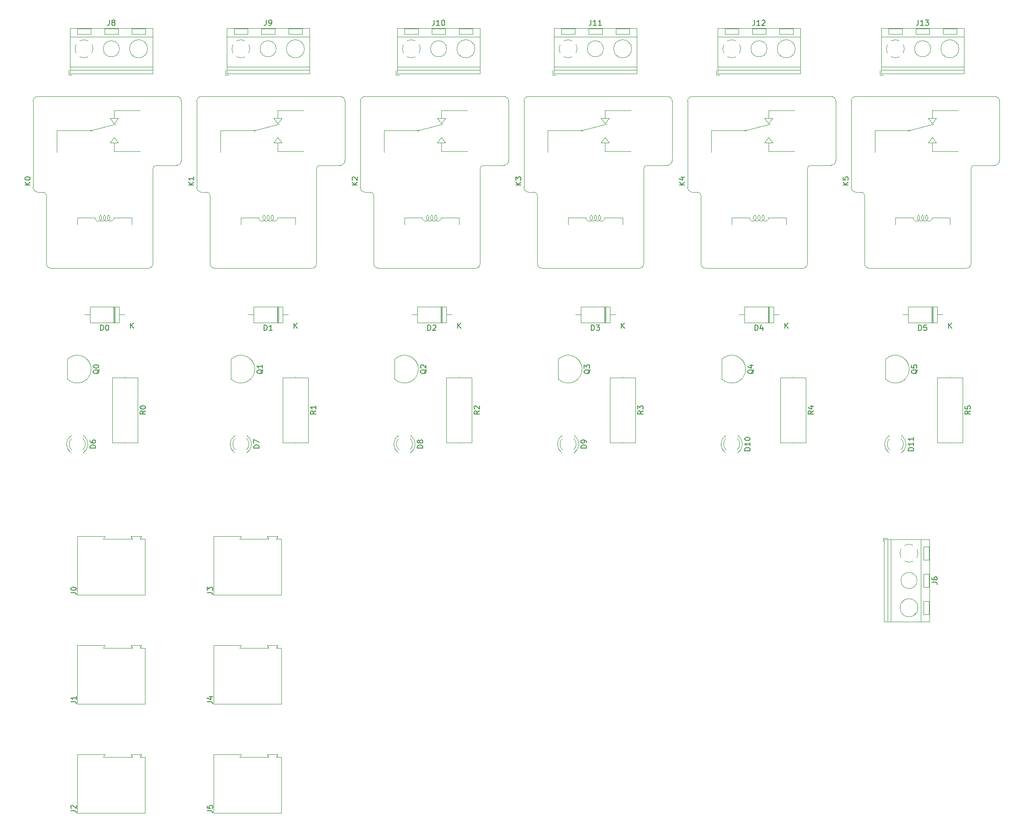
<source format=gbr>
G04 #@! TF.GenerationSoftware,KiCad,Pcbnew,5.1.5+dfsg1-2build2*
G04 #@! TF.CreationDate,2022-02-25T13:27:02+02:00*
G04 #@! TF.ProjectId,relayctl-hat,72656c61-7963-4746-9c2d-6861742e6b69,rev?*
G04 #@! TF.SameCoordinates,Original*
G04 #@! TF.FileFunction,Legend,Top*
G04 #@! TF.FilePolarity,Positive*
%FSLAX46Y46*%
G04 Gerber Fmt 4.6, Leading zero omitted, Abs format (unit mm)*
G04 Created by KiCad (PCBNEW 5.1.5+dfsg1-2build2) date 2022-02-25 13:27:02*
%MOMM*%
%LPD*%
G04 APERTURE LIST*
%ADD10C,0.120000*%
%ADD11C,0.150000*%
G04 APERTURE END LIST*
D10*
X101600000Y-112860000D02*
X101600000Y-112750000D01*
X101600000Y-100500000D02*
X101600000Y-100610000D01*
X103970000Y-112750000D02*
X103970000Y-100610000D01*
X99230000Y-112750000D02*
X103970000Y-112750000D01*
X99230000Y-100610000D02*
X99230000Y-112750000D01*
X103970000Y-100610000D02*
X99230000Y-100610000D01*
X180040000Y-44220000D02*
X180640000Y-44220000D01*
X180040000Y-43380000D02*
X180040000Y-44220000D01*
X194290000Y-35619000D02*
X194290000Y-36619000D01*
X191790000Y-35619000D02*
X191790000Y-36619000D01*
X191790000Y-36619000D02*
X194290000Y-36619000D01*
X191790000Y-35619000D02*
X194290000Y-35619000D01*
X191860000Y-40346000D02*
X191766000Y-40439000D01*
X194110000Y-38095000D02*
X194051000Y-38154000D01*
X192030000Y-40586000D02*
X191971000Y-40644000D01*
X194315000Y-38301000D02*
X194221000Y-38394000D01*
X189210000Y-35619000D02*
X189210000Y-36619000D01*
X186710000Y-35619000D02*
X186710000Y-36619000D01*
X186710000Y-36619000D02*
X189210000Y-36619000D01*
X186710000Y-35619000D02*
X189210000Y-35619000D01*
X184130000Y-35619000D02*
X184130000Y-36619000D01*
X181630000Y-35619000D02*
X181630000Y-36619000D01*
X181630000Y-36619000D02*
X184130000Y-36619000D01*
X181630000Y-35619000D02*
X184130000Y-35619000D01*
X195640000Y-35559000D02*
X195640000Y-43980000D01*
X180280000Y-35559000D02*
X180280000Y-43980000D01*
X180280000Y-43980000D02*
X195640000Y-43980000D01*
X180280000Y-35559000D02*
X195640000Y-35559000D01*
X180280000Y-37119000D02*
X195640000Y-37119000D01*
X180280000Y-42720000D02*
X195640000Y-42720000D01*
X180280000Y-43320000D02*
X195640000Y-43320000D01*
X194720000Y-39370000D02*
G75*
G03X194720000Y-39370000I-1680000J0D01*
G01*
X189460000Y-39370000D02*
G75*
G03X189460000Y-39370000I-1500000J0D01*
G01*
X182909383Y-41050450D02*
G75*
G02X182091000Y-40854000I-29383J1680450D01*
G01*
X181396047Y-40159088D02*
G75*
G02X181396000Y-38581000I1483953J789088D01*
G01*
X182090912Y-37886047D02*
G75*
G02X183669000Y-37886000I789088J-1483953D01*
G01*
X184363953Y-38580912D02*
G75*
G02X184364000Y-40159000I-1483953J-789088D01*
G01*
X183668712Y-40853352D02*
G75*
G02X182880000Y-41050000I-788712J1483352D01*
G01*
X149560000Y-44220000D02*
X150160000Y-44220000D01*
X149560000Y-43380000D02*
X149560000Y-44220000D01*
X163810000Y-35619000D02*
X163810000Y-36619000D01*
X161310000Y-35619000D02*
X161310000Y-36619000D01*
X161310000Y-36619000D02*
X163810000Y-36619000D01*
X161310000Y-35619000D02*
X163810000Y-35619000D01*
X161380000Y-40346000D02*
X161286000Y-40439000D01*
X163630000Y-38095000D02*
X163571000Y-38154000D01*
X161550000Y-40586000D02*
X161491000Y-40644000D01*
X163835000Y-38301000D02*
X163741000Y-38394000D01*
X158730000Y-35619000D02*
X158730000Y-36619000D01*
X156230000Y-35619000D02*
X156230000Y-36619000D01*
X156230000Y-36619000D02*
X158730000Y-36619000D01*
X156230000Y-35619000D02*
X158730000Y-35619000D01*
X153650000Y-35619000D02*
X153650000Y-36619000D01*
X151150000Y-35619000D02*
X151150000Y-36619000D01*
X151150000Y-36619000D02*
X153650000Y-36619000D01*
X151150000Y-35619000D02*
X153650000Y-35619000D01*
X165160000Y-35559000D02*
X165160000Y-43980000D01*
X149800000Y-35559000D02*
X149800000Y-43980000D01*
X149800000Y-43980000D02*
X165160000Y-43980000D01*
X149800000Y-35559000D02*
X165160000Y-35559000D01*
X149800000Y-37119000D02*
X165160000Y-37119000D01*
X149800000Y-42720000D02*
X165160000Y-42720000D01*
X149800000Y-43320000D02*
X165160000Y-43320000D01*
X164240000Y-39370000D02*
G75*
G03X164240000Y-39370000I-1680000J0D01*
G01*
X158980000Y-39370000D02*
G75*
G03X158980000Y-39370000I-1500000J0D01*
G01*
X152429383Y-41050450D02*
G75*
G02X151611000Y-40854000I-29383J1680450D01*
G01*
X150916047Y-40159088D02*
G75*
G02X150916000Y-38581000I1483953J789088D01*
G01*
X151610912Y-37886047D02*
G75*
G02X153189000Y-37886000I789088J-1483953D01*
G01*
X153883953Y-38580912D02*
G75*
G02X153884000Y-40159000I-1483953J-789088D01*
G01*
X153188712Y-40853352D02*
G75*
G02X152400000Y-41050000I-788712J1483352D01*
G01*
X119080000Y-44220000D02*
X119680000Y-44220000D01*
X119080000Y-43380000D02*
X119080000Y-44220000D01*
X133330000Y-35619000D02*
X133330000Y-36619000D01*
X130830000Y-35619000D02*
X130830000Y-36619000D01*
X130830000Y-36619000D02*
X133330000Y-36619000D01*
X130830000Y-35619000D02*
X133330000Y-35619000D01*
X130900000Y-40346000D02*
X130806000Y-40439000D01*
X133150000Y-38095000D02*
X133091000Y-38154000D01*
X131070000Y-40586000D02*
X131011000Y-40644000D01*
X133355000Y-38301000D02*
X133261000Y-38394000D01*
X128250000Y-35619000D02*
X128250000Y-36619000D01*
X125750000Y-35619000D02*
X125750000Y-36619000D01*
X125750000Y-36619000D02*
X128250000Y-36619000D01*
X125750000Y-35619000D02*
X128250000Y-35619000D01*
X123170000Y-35619000D02*
X123170000Y-36619000D01*
X120670000Y-35619000D02*
X120670000Y-36619000D01*
X120670000Y-36619000D02*
X123170000Y-36619000D01*
X120670000Y-35619000D02*
X123170000Y-35619000D01*
X134680000Y-35559000D02*
X134680000Y-43980000D01*
X119320000Y-35559000D02*
X119320000Y-43980000D01*
X119320000Y-43980000D02*
X134680000Y-43980000D01*
X119320000Y-35559000D02*
X134680000Y-35559000D01*
X119320000Y-37119000D02*
X134680000Y-37119000D01*
X119320000Y-42720000D02*
X134680000Y-42720000D01*
X119320000Y-43320000D02*
X134680000Y-43320000D01*
X133760000Y-39370000D02*
G75*
G03X133760000Y-39370000I-1680000J0D01*
G01*
X128500000Y-39370000D02*
G75*
G03X128500000Y-39370000I-1500000J0D01*
G01*
X121949383Y-41050450D02*
G75*
G02X121131000Y-40854000I-29383J1680450D01*
G01*
X120436047Y-40159088D02*
G75*
G02X120436000Y-38581000I1483953J789088D01*
G01*
X121130912Y-37886047D02*
G75*
G02X122709000Y-37886000I789088J-1483953D01*
G01*
X123403953Y-38580912D02*
G75*
G02X123404000Y-40159000I-1483953J-789088D01*
G01*
X122708712Y-40853352D02*
G75*
G02X121920000Y-41050000I-788712J1483352D01*
G01*
X89870000Y-44220000D02*
X90470000Y-44220000D01*
X89870000Y-43380000D02*
X89870000Y-44220000D01*
X104120000Y-35619000D02*
X104120000Y-36619000D01*
X101620000Y-35619000D02*
X101620000Y-36619000D01*
X101620000Y-36619000D02*
X104120000Y-36619000D01*
X101620000Y-35619000D02*
X104120000Y-35619000D01*
X101690000Y-40346000D02*
X101596000Y-40439000D01*
X103940000Y-38095000D02*
X103881000Y-38154000D01*
X101860000Y-40586000D02*
X101801000Y-40644000D01*
X104145000Y-38301000D02*
X104051000Y-38394000D01*
X99040000Y-35619000D02*
X99040000Y-36619000D01*
X96540000Y-35619000D02*
X96540000Y-36619000D01*
X96540000Y-36619000D02*
X99040000Y-36619000D01*
X96540000Y-35619000D02*
X99040000Y-35619000D01*
X93960000Y-35619000D02*
X93960000Y-36619000D01*
X91460000Y-35619000D02*
X91460000Y-36619000D01*
X91460000Y-36619000D02*
X93960000Y-36619000D01*
X91460000Y-35619000D02*
X93960000Y-35619000D01*
X105470000Y-35559000D02*
X105470000Y-43980000D01*
X90110000Y-35559000D02*
X90110000Y-43980000D01*
X90110000Y-43980000D02*
X105470000Y-43980000D01*
X90110000Y-35559000D02*
X105470000Y-35559000D01*
X90110000Y-37119000D02*
X105470000Y-37119000D01*
X90110000Y-42720000D02*
X105470000Y-42720000D01*
X90110000Y-43320000D02*
X105470000Y-43320000D01*
X104550000Y-39370000D02*
G75*
G03X104550000Y-39370000I-1680000J0D01*
G01*
X99290000Y-39370000D02*
G75*
G03X99290000Y-39370000I-1500000J0D01*
G01*
X92739383Y-41050450D02*
G75*
G02X91921000Y-40854000I-29383J1680450D01*
G01*
X91226047Y-40159088D02*
G75*
G02X91226000Y-38581000I1483953J789088D01*
G01*
X91920912Y-37886047D02*
G75*
G02X93499000Y-37886000I789088J-1483953D01*
G01*
X94193953Y-38580912D02*
G75*
G02X94194000Y-40159000I-1483953J-789088D01*
G01*
X93498712Y-40853352D02*
G75*
G02X92710000Y-41050000I-788712J1483352D01*
G01*
X58120000Y-44220000D02*
X58720000Y-44220000D01*
X58120000Y-43380000D02*
X58120000Y-44220000D01*
X72370000Y-35619000D02*
X72370000Y-36619000D01*
X69870000Y-35619000D02*
X69870000Y-36619000D01*
X69870000Y-36619000D02*
X72370000Y-36619000D01*
X69870000Y-35619000D02*
X72370000Y-35619000D01*
X69940000Y-40346000D02*
X69846000Y-40439000D01*
X72190000Y-38095000D02*
X72131000Y-38154000D01*
X70110000Y-40586000D02*
X70051000Y-40644000D01*
X72395000Y-38301000D02*
X72301000Y-38394000D01*
X67290000Y-35619000D02*
X67290000Y-36619000D01*
X64790000Y-35619000D02*
X64790000Y-36619000D01*
X64790000Y-36619000D02*
X67290000Y-36619000D01*
X64790000Y-35619000D02*
X67290000Y-35619000D01*
X62210000Y-35619000D02*
X62210000Y-36619000D01*
X59710000Y-35619000D02*
X59710000Y-36619000D01*
X59710000Y-36619000D02*
X62210000Y-36619000D01*
X59710000Y-35619000D02*
X62210000Y-35619000D01*
X73720000Y-35559000D02*
X73720000Y-43980000D01*
X58360000Y-35559000D02*
X58360000Y-43980000D01*
X58360000Y-43980000D02*
X73720000Y-43980000D01*
X58360000Y-35559000D02*
X73720000Y-35559000D01*
X58360000Y-37119000D02*
X73720000Y-37119000D01*
X58360000Y-42720000D02*
X73720000Y-42720000D01*
X58360000Y-43320000D02*
X73720000Y-43320000D01*
X72800000Y-39370000D02*
G75*
G03X72800000Y-39370000I-1680000J0D01*
G01*
X67540000Y-39370000D02*
G75*
G03X67540000Y-39370000I-1500000J0D01*
G01*
X60989383Y-41050450D02*
G75*
G02X60171000Y-40854000I-29383J1680450D01*
G01*
X59476047Y-40159088D02*
G75*
G02X59476000Y-38581000I1483953J789088D01*
G01*
X60170912Y-37886047D02*
G75*
G02X61749000Y-37886000I789088J-1483953D01*
G01*
X62443953Y-38580912D02*
G75*
G02X62444000Y-40159000I-1483953J-789088D01*
G01*
X61748712Y-40853352D02*
G75*
G02X60960000Y-41050000I-788712J1483352D01*
G01*
X28910000Y-44220000D02*
X29510000Y-44220000D01*
X28910000Y-43380000D02*
X28910000Y-44220000D01*
X43160000Y-35619000D02*
X43160000Y-36619000D01*
X40660000Y-35619000D02*
X40660000Y-36619000D01*
X40660000Y-36619000D02*
X43160000Y-36619000D01*
X40660000Y-35619000D02*
X43160000Y-35619000D01*
X40730000Y-40346000D02*
X40636000Y-40439000D01*
X42980000Y-38095000D02*
X42921000Y-38154000D01*
X40900000Y-40586000D02*
X40841000Y-40644000D01*
X43185000Y-38301000D02*
X43091000Y-38394000D01*
X38080000Y-35619000D02*
X38080000Y-36619000D01*
X35580000Y-35619000D02*
X35580000Y-36619000D01*
X35580000Y-36619000D02*
X38080000Y-36619000D01*
X35580000Y-35619000D02*
X38080000Y-35619000D01*
X33000000Y-35619000D02*
X33000000Y-36619000D01*
X30500000Y-35619000D02*
X30500000Y-36619000D01*
X30500000Y-36619000D02*
X33000000Y-36619000D01*
X30500000Y-35619000D02*
X33000000Y-35619000D01*
X44510000Y-35559000D02*
X44510000Y-43980000D01*
X29150000Y-35559000D02*
X29150000Y-43980000D01*
X29150000Y-43980000D02*
X44510000Y-43980000D01*
X29150000Y-35559000D02*
X44510000Y-35559000D01*
X29150000Y-37119000D02*
X44510000Y-37119000D01*
X29150000Y-42720000D02*
X44510000Y-42720000D01*
X29150000Y-43320000D02*
X44510000Y-43320000D01*
X43590000Y-39370000D02*
G75*
G03X43590000Y-39370000I-1680000J0D01*
G01*
X38330000Y-39370000D02*
G75*
G03X38330000Y-39370000I-1500000J0D01*
G01*
X31779383Y-41050450D02*
G75*
G02X30961000Y-40854000I-29383J1680450D01*
G01*
X30266047Y-40159088D02*
G75*
G02X30266000Y-38581000I1483953J789088D01*
G01*
X30960912Y-37886047D02*
G75*
G02X32539000Y-37886000I789088J-1483953D01*
G01*
X33233953Y-38580912D02*
G75*
G02X33234000Y-40159000I-1483953J-789088D01*
G01*
X32538712Y-40853352D02*
G75*
G02X31750000Y-41050000I-788712J1483352D01*
G01*
X193040000Y-112860000D02*
X193040000Y-112750000D01*
X193040000Y-100500000D02*
X193040000Y-100610000D01*
X195410000Y-112750000D02*
X195410000Y-100610000D01*
X190670000Y-112750000D02*
X195410000Y-112750000D01*
X190670000Y-100610000D02*
X190670000Y-112750000D01*
X195410000Y-100610000D02*
X190670000Y-100610000D01*
X163830000Y-112860000D02*
X163830000Y-112750000D01*
X163830000Y-100500000D02*
X163830000Y-100610000D01*
X166200000Y-112750000D02*
X166200000Y-100610000D01*
X161460000Y-112750000D02*
X166200000Y-112750000D01*
X161460000Y-100610000D02*
X161460000Y-112750000D01*
X166200000Y-100610000D02*
X161460000Y-100610000D01*
X132080000Y-112860000D02*
X132080000Y-112750000D01*
X132080000Y-100500000D02*
X132080000Y-100610000D01*
X134450000Y-112750000D02*
X134450000Y-100610000D01*
X129710000Y-112750000D02*
X134450000Y-112750000D01*
X129710000Y-100610000D02*
X129710000Y-112750000D01*
X134450000Y-100610000D02*
X129710000Y-100610000D01*
X71120000Y-112860000D02*
X71120000Y-112750000D01*
X71120000Y-100500000D02*
X71120000Y-100610000D01*
X73490000Y-112750000D02*
X73490000Y-100610000D01*
X68750000Y-112750000D02*
X73490000Y-112750000D01*
X68750000Y-100610000D02*
X68750000Y-112750000D01*
X73490000Y-100610000D02*
X68750000Y-100610000D01*
X39370000Y-112860000D02*
X39370000Y-112750000D01*
X39370000Y-100500000D02*
X39370000Y-100610000D01*
X41740000Y-112750000D02*
X41740000Y-100610000D01*
X37000000Y-112750000D02*
X41740000Y-112750000D01*
X37000000Y-100610000D02*
X37000000Y-112750000D01*
X41740000Y-100610000D02*
X37000000Y-100610000D01*
X181041522Y-100898478D02*
G75*
G03X185480000Y-99060000I1838478J1838478D01*
G01*
X181041522Y-97221522D02*
G75*
G02X185480000Y-99060000I1838478J-1838478D01*
G01*
X181030000Y-97260000D02*
X181030000Y-100860000D01*
X150561522Y-100898478D02*
G75*
G03X155000000Y-99060000I1838478J1838478D01*
G01*
X150561522Y-97221522D02*
G75*
G02X155000000Y-99060000I1838478J-1838478D01*
G01*
X150550000Y-97260000D02*
X150550000Y-100860000D01*
X120081522Y-100898478D02*
G75*
G03X124520000Y-99060000I1838478J1838478D01*
G01*
X120081522Y-97221522D02*
G75*
G02X124520000Y-99060000I1838478J-1838478D01*
G01*
X120070000Y-97260000D02*
X120070000Y-100860000D01*
X89601522Y-100898478D02*
G75*
G03X94040000Y-99060000I1838478J1838478D01*
G01*
X89601522Y-97221522D02*
G75*
G02X94040000Y-99060000I1838478J-1838478D01*
G01*
X89590000Y-97260000D02*
X89590000Y-100860000D01*
X59121522Y-100898478D02*
G75*
G03X63560000Y-99060000I1838478J1838478D01*
G01*
X59121522Y-97221522D02*
G75*
G02X63560000Y-99060000I1838478J-1838478D01*
G01*
X59110000Y-97260000D02*
X59110000Y-100860000D01*
X28641522Y-100898478D02*
G75*
G03X33080000Y-99060000I1838478J1838478D01*
G01*
X28641522Y-97221522D02*
G75*
G02X33080000Y-99060000I1838478J-1838478D01*
G01*
X28630000Y-97260000D02*
X28630000Y-100860000D01*
X175520000Y-66070000D02*
G75*
G02X174650000Y-65200000I0J870000D01*
G01*
X201400000Y-48250000D02*
G75*
G02X202270000Y-49120000I0J-870000D01*
G01*
X174650000Y-49120000D02*
G75*
G02X175520000Y-48250000I870000J0D01*
G01*
X202270000Y-60200000D02*
G75*
G02X201400000Y-61070000I-870000J0D01*
G01*
X196970000Y-61720000D02*
G75*
G02X197620000Y-61070000I650000J0D01*
G01*
X196970000Y-79400000D02*
G75*
G02X196100000Y-80270000I-870000J0D01*
G01*
X178020000Y-80270000D02*
G75*
G02X177150000Y-79400000I0J870000D01*
G01*
X196970000Y-79400000D02*
X196970000Y-61720000D01*
X197620000Y-61070000D02*
X201400000Y-61070000D01*
X175520000Y-66070000D02*
X176500000Y-66070000D01*
X174650000Y-65200000D02*
X174650000Y-49120000D01*
X178020000Y-80270000D02*
X196100000Y-80270000D01*
X177150000Y-79400000D02*
X177150000Y-66720000D01*
X175520000Y-48250000D02*
X201400000Y-48250000D01*
X202270000Y-60200000D02*
X202270000Y-49120000D01*
X176500000Y-66070000D02*
G75*
G02X177150000Y-66720000I0J-650000D01*
G01*
X188721730Y-70358198D02*
G75*
G03X189737997Y-70865998I381267J-507800D01*
G01*
X187198267Y-70358200D02*
G75*
G02X186182000Y-70866000I-381267J-507800D01*
G01*
X186182000Y-70866000D02*
X182854600Y-70866000D01*
X193065397Y-70865998D02*
X189737997Y-70865998D01*
X188721644Y-70357734D02*
G75*
G02X187959998Y-70357999I-380646J-508264D01*
G01*
X187959645Y-70357735D02*
G75*
G02X187197999Y-70358000I-380646J-508264D01*
G01*
X193065400Y-70866000D02*
X193065400Y-72136000D01*
X182854600Y-72136000D02*
X182854600Y-70866000D01*
X185547000Y-54610000D02*
G75*
G03X185547000Y-54610000I-127000J0D01*
G01*
X188976000Y-56896000D02*
X190500000Y-56896000D01*
X190500000Y-52324000D02*
X188976000Y-52324000D01*
X190500000Y-56896000D02*
X189738000Y-55880000D01*
X189738000Y-55880000D02*
X188976000Y-56896000D01*
X190500000Y-52324000D02*
X189738000Y-53340000D01*
X189738000Y-53340000D02*
X188976000Y-52324000D01*
X194564000Y-58460000D02*
X189738000Y-58460000D01*
X185420000Y-54610000D02*
X189992000Y-53390800D01*
X185420000Y-54610000D02*
X179060000Y-54610000D01*
X179060000Y-54610000D02*
X179060000Y-58674000D01*
X189738000Y-50860000D02*
X194564000Y-50860000D01*
X189738000Y-52324000D02*
X189738000Y-50860000D01*
X189738000Y-58460000D02*
X189738000Y-56896000D01*
X145040000Y-66070000D02*
G75*
G02X144170000Y-65200000I0J870000D01*
G01*
X170920000Y-48250000D02*
G75*
G02X171790000Y-49120000I0J-870000D01*
G01*
X144170000Y-49120000D02*
G75*
G02X145040000Y-48250000I870000J0D01*
G01*
X171790000Y-60200000D02*
G75*
G02X170920000Y-61070000I-870000J0D01*
G01*
X166490000Y-61720000D02*
G75*
G02X167140000Y-61070000I650000J0D01*
G01*
X166490000Y-79400000D02*
G75*
G02X165620000Y-80270000I-870000J0D01*
G01*
X147540000Y-80270000D02*
G75*
G02X146670000Y-79400000I0J870000D01*
G01*
X166490000Y-79400000D02*
X166490000Y-61720000D01*
X167140000Y-61070000D02*
X170920000Y-61070000D01*
X145040000Y-66070000D02*
X146020000Y-66070000D01*
X144170000Y-65200000D02*
X144170000Y-49120000D01*
X147540000Y-80270000D02*
X165620000Y-80270000D01*
X146670000Y-79400000D02*
X146670000Y-66720000D01*
X145040000Y-48250000D02*
X170920000Y-48250000D01*
X171790000Y-60200000D02*
X171790000Y-49120000D01*
X146020000Y-66070000D02*
G75*
G02X146670000Y-66720000I0J-650000D01*
G01*
X158241730Y-70358198D02*
G75*
G03X159257997Y-70865998I381267J-507800D01*
G01*
X156718267Y-70358200D02*
G75*
G02X155702000Y-70866000I-381267J-507800D01*
G01*
X155702000Y-70866000D02*
X152374600Y-70866000D01*
X162585397Y-70865998D02*
X159257997Y-70865998D01*
X158241644Y-70357734D02*
G75*
G02X157479998Y-70357999I-380646J-508264D01*
G01*
X157479645Y-70357735D02*
G75*
G02X156717999Y-70358000I-380646J-508264D01*
G01*
X162585400Y-70866000D02*
X162585400Y-72136000D01*
X152374600Y-72136000D02*
X152374600Y-70866000D01*
X155067000Y-54610000D02*
G75*
G03X155067000Y-54610000I-127000J0D01*
G01*
X158496000Y-56896000D02*
X160020000Y-56896000D01*
X160020000Y-52324000D02*
X158496000Y-52324000D01*
X160020000Y-56896000D02*
X159258000Y-55880000D01*
X159258000Y-55880000D02*
X158496000Y-56896000D01*
X160020000Y-52324000D02*
X159258000Y-53340000D01*
X159258000Y-53340000D02*
X158496000Y-52324000D01*
X164084000Y-58460000D02*
X159258000Y-58460000D01*
X154940000Y-54610000D02*
X159512000Y-53390800D01*
X154940000Y-54610000D02*
X148580000Y-54610000D01*
X148580000Y-54610000D02*
X148580000Y-58674000D01*
X159258000Y-50860000D02*
X164084000Y-50860000D01*
X159258000Y-52324000D02*
X159258000Y-50860000D01*
X159258000Y-58460000D02*
X159258000Y-56896000D01*
X114560000Y-66070000D02*
G75*
G02X113690000Y-65200000I0J870000D01*
G01*
X140440000Y-48250000D02*
G75*
G02X141310000Y-49120000I0J-870000D01*
G01*
X113690000Y-49120000D02*
G75*
G02X114560000Y-48250000I870000J0D01*
G01*
X141310000Y-60200000D02*
G75*
G02X140440000Y-61070000I-870000J0D01*
G01*
X136010000Y-61720000D02*
G75*
G02X136660000Y-61070000I650000J0D01*
G01*
X136010000Y-79400000D02*
G75*
G02X135140000Y-80270000I-870000J0D01*
G01*
X117060000Y-80270000D02*
G75*
G02X116190000Y-79400000I0J870000D01*
G01*
X136010000Y-79400000D02*
X136010000Y-61720000D01*
X136660000Y-61070000D02*
X140440000Y-61070000D01*
X114560000Y-66070000D02*
X115540000Y-66070000D01*
X113690000Y-65200000D02*
X113690000Y-49120000D01*
X117060000Y-80270000D02*
X135140000Y-80270000D01*
X116190000Y-79400000D02*
X116190000Y-66720000D01*
X114560000Y-48250000D02*
X140440000Y-48250000D01*
X141310000Y-60200000D02*
X141310000Y-49120000D01*
X115540000Y-66070000D02*
G75*
G02X116190000Y-66720000I0J-650000D01*
G01*
X127761730Y-70358198D02*
G75*
G03X128777997Y-70865998I381267J-507800D01*
G01*
X126238267Y-70358200D02*
G75*
G02X125222000Y-70866000I-381267J-507800D01*
G01*
X125222000Y-70866000D02*
X121894600Y-70866000D01*
X132105397Y-70865998D02*
X128777997Y-70865998D01*
X127761644Y-70357734D02*
G75*
G02X126999998Y-70357999I-380646J-508264D01*
G01*
X126999645Y-70357735D02*
G75*
G02X126237999Y-70358000I-380646J-508264D01*
G01*
X132105400Y-70866000D02*
X132105400Y-72136000D01*
X121894600Y-72136000D02*
X121894600Y-70866000D01*
X124587000Y-54610000D02*
G75*
G03X124587000Y-54610000I-127000J0D01*
G01*
X128016000Y-56896000D02*
X129540000Y-56896000D01*
X129540000Y-52324000D02*
X128016000Y-52324000D01*
X129540000Y-56896000D02*
X128778000Y-55880000D01*
X128778000Y-55880000D02*
X128016000Y-56896000D01*
X129540000Y-52324000D02*
X128778000Y-53340000D01*
X128778000Y-53340000D02*
X128016000Y-52324000D01*
X133604000Y-58460000D02*
X128778000Y-58460000D01*
X124460000Y-54610000D02*
X129032000Y-53390800D01*
X124460000Y-54610000D02*
X118100000Y-54610000D01*
X118100000Y-54610000D02*
X118100000Y-58674000D01*
X128778000Y-50860000D02*
X133604000Y-50860000D01*
X128778000Y-52324000D02*
X128778000Y-50860000D01*
X128778000Y-58460000D02*
X128778000Y-56896000D01*
X84080000Y-66070000D02*
G75*
G02X83210000Y-65200000I0J870000D01*
G01*
X109960000Y-48250000D02*
G75*
G02X110830000Y-49120000I0J-870000D01*
G01*
X83210000Y-49120000D02*
G75*
G02X84080000Y-48250000I870000J0D01*
G01*
X110830000Y-60200000D02*
G75*
G02X109960000Y-61070000I-870000J0D01*
G01*
X105530000Y-61720000D02*
G75*
G02X106180000Y-61070000I650000J0D01*
G01*
X105530000Y-79400000D02*
G75*
G02X104660000Y-80270000I-870000J0D01*
G01*
X86580000Y-80270000D02*
G75*
G02X85710000Y-79400000I0J870000D01*
G01*
X105530000Y-79400000D02*
X105530000Y-61720000D01*
X106180000Y-61070000D02*
X109960000Y-61070000D01*
X84080000Y-66070000D02*
X85060000Y-66070000D01*
X83210000Y-65200000D02*
X83210000Y-49120000D01*
X86580000Y-80270000D02*
X104660000Y-80270000D01*
X85710000Y-79400000D02*
X85710000Y-66720000D01*
X84080000Y-48250000D02*
X109960000Y-48250000D01*
X110830000Y-60200000D02*
X110830000Y-49120000D01*
X85060000Y-66070000D02*
G75*
G02X85710000Y-66720000I0J-650000D01*
G01*
X97281730Y-70358198D02*
G75*
G03X98297997Y-70865998I381267J-507800D01*
G01*
X95758267Y-70358200D02*
G75*
G02X94742000Y-70866000I-381267J-507800D01*
G01*
X94742000Y-70866000D02*
X91414600Y-70866000D01*
X101625397Y-70865998D02*
X98297997Y-70865998D01*
X97281644Y-70357734D02*
G75*
G02X96519998Y-70357999I-380646J-508264D01*
G01*
X96519645Y-70357735D02*
G75*
G02X95757999Y-70358000I-380646J-508264D01*
G01*
X101625400Y-70866000D02*
X101625400Y-72136000D01*
X91414600Y-72136000D02*
X91414600Y-70866000D01*
X94107000Y-54610000D02*
G75*
G03X94107000Y-54610000I-127000J0D01*
G01*
X97536000Y-56896000D02*
X99060000Y-56896000D01*
X99060000Y-52324000D02*
X97536000Y-52324000D01*
X99060000Y-56896000D02*
X98298000Y-55880000D01*
X98298000Y-55880000D02*
X97536000Y-56896000D01*
X99060000Y-52324000D02*
X98298000Y-53340000D01*
X98298000Y-53340000D02*
X97536000Y-52324000D01*
X103124000Y-58460000D02*
X98298000Y-58460000D01*
X93980000Y-54610000D02*
X98552000Y-53390800D01*
X93980000Y-54610000D02*
X87620000Y-54610000D01*
X87620000Y-54610000D02*
X87620000Y-58674000D01*
X98298000Y-50860000D02*
X103124000Y-50860000D01*
X98298000Y-52324000D02*
X98298000Y-50860000D01*
X98298000Y-58460000D02*
X98298000Y-56896000D01*
X53600000Y-66070000D02*
G75*
G02X52730000Y-65200000I0J870000D01*
G01*
X79480000Y-48250000D02*
G75*
G02X80350000Y-49120000I0J-870000D01*
G01*
X52730000Y-49120000D02*
G75*
G02X53600000Y-48250000I870000J0D01*
G01*
X80350000Y-60200000D02*
G75*
G02X79480000Y-61070000I-870000J0D01*
G01*
X75050000Y-61720000D02*
G75*
G02X75700000Y-61070000I650000J0D01*
G01*
X75050000Y-79400000D02*
G75*
G02X74180000Y-80270000I-870000J0D01*
G01*
X56100000Y-80270000D02*
G75*
G02X55230000Y-79400000I0J870000D01*
G01*
X75050000Y-79400000D02*
X75050000Y-61720000D01*
X75700000Y-61070000D02*
X79480000Y-61070000D01*
X53600000Y-66070000D02*
X54580000Y-66070000D01*
X52730000Y-65200000D02*
X52730000Y-49120000D01*
X56100000Y-80270000D02*
X74180000Y-80270000D01*
X55230000Y-79400000D02*
X55230000Y-66720000D01*
X53600000Y-48250000D02*
X79480000Y-48250000D01*
X80350000Y-60200000D02*
X80350000Y-49120000D01*
X54580000Y-66070000D02*
G75*
G02X55230000Y-66720000I0J-650000D01*
G01*
X66801730Y-70358198D02*
G75*
G03X67817997Y-70865998I381267J-507800D01*
G01*
X65278267Y-70358200D02*
G75*
G02X64262000Y-70866000I-381267J-507800D01*
G01*
X64262000Y-70866000D02*
X60934600Y-70866000D01*
X71145397Y-70865998D02*
X67817997Y-70865998D01*
X66801644Y-70357734D02*
G75*
G02X66039998Y-70357999I-380646J-508264D01*
G01*
X66039645Y-70357735D02*
G75*
G02X65277999Y-70358000I-380646J-508264D01*
G01*
X71145400Y-70866000D02*
X71145400Y-72136000D01*
X60934600Y-72136000D02*
X60934600Y-70866000D01*
X63627000Y-54610000D02*
G75*
G03X63627000Y-54610000I-127000J0D01*
G01*
X67056000Y-56896000D02*
X68580000Y-56896000D01*
X68580000Y-52324000D02*
X67056000Y-52324000D01*
X68580000Y-56896000D02*
X67818000Y-55880000D01*
X67818000Y-55880000D02*
X67056000Y-56896000D01*
X68580000Y-52324000D02*
X67818000Y-53340000D01*
X67818000Y-53340000D02*
X67056000Y-52324000D01*
X72644000Y-58460000D02*
X67818000Y-58460000D01*
X63500000Y-54610000D02*
X68072000Y-53390800D01*
X63500000Y-54610000D02*
X57140000Y-54610000D01*
X57140000Y-54610000D02*
X57140000Y-58674000D01*
X67818000Y-50860000D02*
X72644000Y-50860000D01*
X67818000Y-52324000D02*
X67818000Y-50860000D01*
X67818000Y-58460000D02*
X67818000Y-56896000D01*
X23120000Y-66070000D02*
G75*
G02X22250000Y-65200000I0J870000D01*
G01*
X49000000Y-48250000D02*
G75*
G02X49870000Y-49120000I0J-870000D01*
G01*
X22250000Y-49120000D02*
G75*
G02X23120000Y-48250000I870000J0D01*
G01*
X49870000Y-60200000D02*
G75*
G02X49000000Y-61070000I-870000J0D01*
G01*
X44570000Y-61720000D02*
G75*
G02X45220000Y-61070000I650000J0D01*
G01*
X44570000Y-79400000D02*
G75*
G02X43700000Y-80270000I-870000J0D01*
G01*
X25620000Y-80270000D02*
G75*
G02X24750000Y-79400000I0J870000D01*
G01*
X44570000Y-79400000D02*
X44570000Y-61720000D01*
X45220000Y-61070000D02*
X49000000Y-61070000D01*
X23120000Y-66070000D02*
X24100000Y-66070000D01*
X22250000Y-65200000D02*
X22250000Y-49120000D01*
X25620000Y-80270000D02*
X43700000Y-80270000D01*
X24750000Y-79400000D02*
X24750000Y-66720000D01*
X23120000Y-48250000D02*
X49000000Y-48250000D01*
X49870000Y-60200000D02*
X49870000Y-49120000D01*
X24100000Y-66070000D02*
G75*
G02X24750000Y-66720000I0J-650000D01*
G01*
X36321730Y-70358198D02*
G75*
G03X37337997Y-70865998I381267J-507800D01*
G01*
X34798267Y-70358200D02*
G75*
G02X33782000Y-70866000I-381267J-507800D01*
G01*
X33782000Y-70866000D02*
X30454600Y-70866000D01*
X40665397Y-70865998D02*
X37337997Y-70865998D01*
X36321644Y-70357734D02*
G75*
G02X35559998Y-70357999I-380646J-508264D01*
G01*
X35559645Y-70357735D02*
G75*
G02X34797999Y-70358000I-380646J-508264D01*
G01*
X40665400Y-70866000D02*
X40665400Y-72136000D01*
X30454600Y-72136000D02*
X30454600Y-70866000D01*
X33147000Y-54610000D02*
G75*
G03X33147000Y-54610000I-127000J0D01*
G01*
X36576000Y-56896000D02*
X38100000Y-56896000D01*
X38100000Y-52324000D02*
X36576000Y-52324000D01*
X38100000Y-56896000D02*
X37338000Y-55880000D01*
X37338000Y-55880000D02*
X36576000Y-56896000D01*
X38100000Y-52324000D02*
X37338000Y-53340000D01*
X37338000Y-53340000D02*
X36576000Y-52324000D01*
X42164000Y-58460000D02*
X37338000Y-58460000D01*
X33020000Y-54610000D02*
X37592000Y-53390800D01*
X33020000Y-54610000D02*
X26660000Y-54610000D01*
X26660000Y-54610000D02*
X26660000Y-58674000D01*
X37338000Y-50860000D02*
X42164000Y-50860000D01*
X37338000Y-52324000D02*
X37338000Y-50860000D01*
X37338000Y-58460000D02*
X37338000Y-56896000D01*
X180570000Y-130510000D02*
X180570000Y-131110000D01*
X181410000Y-130510000D02*
X180570000Y-130510000D01*
X189171000Y-144760000D02*
X188171000Y-144760000D01*
X189171000Y-142260000D02*
X188171000Y-142260000D01*
X188171000Y-142260000D02*
X188171000Y-144760000D01*
X189171000Y-142260000D02*
X189171000Y-144760000D01*
X184444000Y-142330000D02*
X184351000Y-142236000D01*
X186695000Y-144580000D02*
X186636000Y-144521000D01*
X184204000Y-142500000D02*
X184146000Y-142441000D01*
X186489000Y-144785000D02*
X186396000Y-144691000D01*
X189171000Y-139680000D02*
X188171000Y-139680000D01*
X189171000Y-137180000D02*
X188171000Y-137180000D01*
X188171000Y-137180000D02*
X188171000Y-139680000D01*
X189171000Y-137180000D02*
X189171000Y-139680000D01*
X189171000Y-134600000D02*
X188171000Y-134600000D01*
X189171000Y-132100000D02*
X188171000Y-132100000D01*
X188171000Y-132100000D02*
X188171000Y-134600000D01*
X189171000Y-132100000D02*
X189171000Y-134600000D01*
X189231000Y-146110000D02*
X180810000Y-146110000D01*
X189231000Y-130750000D02*
X180810000Y-130750000D01*
X180810000Y-130750000D02*
X180810000Y-146110000D01*
X189231000Y-130750000D02*
X189231000Y-146110000D01*
X187671000Y-130750000D02*
X187671000Y-146110000D01*
X182070000Y-130750000D02*
X182070000Y-146110000D01*
X181470000Y-130750000D02*
X181470000Y-146110000D01*
X187100000Y-143510000D02*
G75*
G03X187100000Y-143510000I-1680000J0D01*
G01*
X186920000Y-138430000D02*
G75*
G03X186920000Y-138430000I-1500000J0D01*
G01*
X183739550Y-133379383D02*
G75*
G02X183936000Y-132561000I1680450J29383D01*
G01*
X184630912Y-131866047D02*
G75*
G02X186209000Y-131866000I789088J-1483953D01*
G01*
X186903953Y-132560912D02*
G75*
G02X186904000Y-134139000I-1483953J-789088D01*
G01*
X186209088Y-134833953D02*
G75*
G02X184631000Y-134834000I-789088J1483953D01*
G01*
X183936648Y-134138712D02*
G75*
G02X183740000Y-133350000I1483352J788712D01*
G01*
X55930000Y-170870000D02*
X55930000Y-181720000D01*
X61030000Y-170870000D02*
X55930000Y-170870000D01*
X60730000Y-171370000D02*
X61030000Y-170870000D01*
X66130000Y-171370000D02*
X60730000Y-171370000D01*
X65880000Y-170870000D02*
X66130000Y-171370000D01*
X65930000Y-170870000D02*
X65880000Y-170870000D01*
X67830000Y-170870000D02*
X65930000Y-170870000D01*
X67580000Y-171370000D02*
X67830000Y-170870000D01*
X68530000Y-171370000D02*
X67580000Y-171370000D01*
X68530000Y-181720000D02*
X68530000Y-171370000D01*
X55930000Y-181720000D02*
X68530000Y-181720000D01*
X55930000Y-150550000D02*
X55930000Y-161400000D01*
X61030000Y-150550000D02*
X55930000Y-150550000D01*
X60730000Y-151050000D02*
X61030000Y-150550000D01*
X66130000Y-151050000D02*
X60730000Y-151050000D01*
X65880000Y-150550000D02*
X66130000Y-151050000D01*
X65930000Y-150550000D02*
X65880000Y-150550000D01*
X67830000Y-150550000D02*
X65930000Y-150550000D01*
X67580000Y-151050000D02*
X67830000Y-150550000D01*
X68530000Y-151050000D02*
X67580000Y-151050000D01*
X68530000Y-161400000D02*
X68530000Y-151050000D01*
X55930000Y-161400000D02*
X68530000Y-161400000D01*
X55930000Y-130230000D02*
X55930000Y-141080000D01*
X61030000Y-130230000D02*
X55930000Y-130230000D01*
X60730000Y-130730000D02*
X61030000Y-130230000D01*
X66130000Y-130730000D02*
X60730000Y-130730000D01*
X65880000Y-130230000D02*
X66130000Y-130730000D01*
X65930000Y-130230000D02*
X65880000Y-130230000D01*
X67830000Y-130230000D02*
X65930000Y-130230000D01*
X67580000Y-130730000D02*
X67830000Y-130230000D01*
X68530000Y-130730000D02*
X67580000Y-130730000D01*
X68530000Y-141080000D02*
X68530000Y-130730000D01*
X55930000Y-141080000D02*
X68530000Y-141080000D01*
X30530000Y-170870000D02*
X30530000Y-181720000D01*
X35630000Y-170870000D02*
X30530000Y-170870000D01*
X35330000Y-171370000D02*
X35630000Y-170870000D01*
X40730000Y-171370000D02*
X35330000Y-171370000D01*
X40480000Y-170870000D02*
X40730000Y-171370000D01*
X40530000Y-170870000D02*
X40480000Y-170870000D01*
X42430000Y-170870000D02*
X40530000Y-170870000D01*
X42180000Y-171370000D02*
X42430000Y-170870000D01*
X43130000Y-171370000D02*
X42180000Y-171370000D01*
X43130000Y-181720000D02*
X43130000Y-171370000D01*
X30530000Y-181720000D02*
X43130000Y-181720000D01*
X30530000Y-150550000D02*
X30530000Y-161400000D01*
X35630000Y-150550000D02*
X30530000Y-150550000D01*
X35330000Y-151050000D02*
X35630000Y-150550000D01*
X40730000Y-151050000D02*
X35330000Y-151050000D01*
X40480000Y-150550000D02*
X40730000Y-151050000D01*
X40530000Y-150550000D02*
X40480000Y-150550000D01*
X42430000Y-150550000D02*
X40530000Y-150550000D01*
X42180000Y-151050000D02*
X42430000Y-150550000D01*
X43130000Y-151050000D02*
X42180000Y-151050000D01*
X43130000Y-161400000D02*
X43130000Y-151050000D01*
X30530000Y-161400000D02*
X43130000Y-161400000D01*
X30530000Y-130230000D02*
X30530000Y-141080000D01*
X35630000Y-130230000D02*
X30530000Y-130230000D01*
X35330000Y-130730000D02*
X35630000Y-130230000D01*
X40730000Y-130730000D02*
X35330000Y-130730000D01*
X40480000Y-130230000D02*
X40730000Y-130730000D01*
X40530000Y-130230000D02*
X40480000Y-130230000D01*
X42430000Y-130230000D02*
X40530000Y-130230000D01*
X42180000Y-130730000D02*
X42430000Y-130230000D01*
X43130000Y-130730000D02*
X42180000Y-130730000D01*
X43130000Y-141080000D02*
X43130000Y-130730000D01*
X30530000Y-141080000D02*
X43130000Y-141080000D01*
X181800000Y-111470000D02*
X181644000Y-111470000D01*
X184116000Y-111470000D02*
X183960000Y-111470000D01*
X181800163Y-114071130D02*
G75*
G02X181800000Y-111989039I1079837J1041130D01*
G01*
X183959837Y-114071130D02*
G75*
G03X183960000Y-111989039I-1079837J1041130D01*
G01*
X181801392Y-114702335D02*
G75*
G02X181644484Y-111470000I1078608J1672335D01*
G01*
X183958608Y-114702335D02*
G75*
G03X184115516Y-111470000I-1078608J1672335D01*
G01*
X151320000Y-111470000D02*
X151164000Y-111470000D01*
X153636000Y-111470000D02*
X153480000Y-111470000D01*
X151320163Y-114071130D02*
G75*
G02X151320000Y-111989039I1079837J1041130D01*
G01*
X153479837Y-114071130D02*
G75*
G03X153480000Y-111989039I-1079837J1041130D01*
G01*
X151321392Y-114702335D02*
G75*
G02X151164484Y-111470000I1078608J1672335D01*
G01*
X153478608Y-114702335D02*
G75*
G03X153635516Y-111470000I-1078608J1672335D01*
G01*
X120840000Y-111470000D02*
X120684000Y-111470000D01*
X123156000Y-111470000D02*
X123000000Y-111470000D01*
X120840163Y-114071130D02*
G75*
G02X120840000Y-111989039I1079837J1041130D01*
G01*
X122999837Y-114071130D02*
G75*
G03X123000000Y-111989039I-1079837J1041130D01*
G01*
X120841392Y-114702335D02*
G75*
G02X120684484Y-111470000I1078608J1672335D01*
G01*
X122998608Y-114702335D02*
G75*
G03X123155516Y-111470000I-1078608J1672335D01*
G01*
X90360000Y-111470000D02*
X90204000Y-111470000D01*
X92676000Y-111470000D02*
X92520000Y-111470000D01*
X90360163Y-114071130D02*
G75*
G02X90360000Y-111989039I1079837J1041130D01*
G01*
X92519837Y-114071130D02*
G75*
G03X92520000Y-111989039I-1079837J1041130D01*
G01*
X90361392Y-114702335D02*
G75*
G02X90204484Y-111470000I1078608J1672335D01*
G01*
X92518608Y-114702335D02*
G75*
G03X92675516Y-111470000I-1078608J1672335D01*
G01*
X59880000Y-111470000D02*
X59724000Y-111470000D01*
X62196000Y-111470000D02*
X62040000Y-111470000D01*
X59880163Y-114071130D02*
G75*
G02X59880000Y-111989039I1079837J1041130D01*
G01*
X62039837Y-114071130D02*
G75*
G03X62040000Y-111989039I-1079837J1041130D01*
G01*
X59881392Y-114702335D02*
G75*
G02X59724484Y-111470000I1078608J1672335D01*
G01*
X62038608Y-114702335D02*
G75*
G03X62195516Y-111470000I-1078608J1672335D01*
G01*
X29400000Y-111470000D02*
X29244000Y-111470000D01*
X31716000Y-111470000D02*
X31560000Y-111470000D01*
X29400163Y-114071130D02*
G75*
G02X29400000Y-111989039I1079837J1041130D01*
G01*
X31559837Y-114071130D02*
G75*
G03X31560000Y-111989039I-1079837J1041130D01*
G01*
X29401392Y-114702335D02*
G75*
G02X29244484Y-111470000I1078608J1672335D01*
G01*
X31558608Y-114702335D02*
G75*
G03X31715516Y-111470000I-1078608J1672335D01*
G01*
X189900000Y-90370000D02*
X189900000Y-87430000D01*
X189660000Y-90370000D02*
X189660000Y-87430000D01*
X189780000Y-90370000D02*
X189780000Y-87430000D01*
X184220000Y-88900000D02*
X185240000Y-88900000D01*
X191700000Y-88900000D02*
X190680000Y-88900000D01*
X185240000Y-90370000D02*
X190680000Y-90370000D01*
X185240000Y-87430000D02*
X185240000Y-90370000D01*
X190680000Y-87430000D02*
X185240000Y-87430000D01*
X190680000Y-90370000D02*
X190680000Y-87430000D01*
X159420000Y-90370000D02*
X159420000Y-87430000D01*
X159180000Y-90370000D02*
X159180000Y-87430000D01*
X159300000Y-90370000D02*
X159300000Y-87430000D01*
X153740000Y-88900000D02*
X154760000Y-88900000D01*
X161220000Y-88900000D02*
X160200000Y-88900000D01*
X154760000Y-90370000D02*
X160200000Y-90370000D01*
X154760000Y-87430000D02*
X154760000Y-90370000D01*
X160200000Y-87430000D02*
X154760000Y-87430000D01*
X160200000Y-90370000D02*
X160200000Y-87430000D01*
X128940000Y-90370000D02*
X128940000Y-87430000D01*
X128700000Y-90370000D02*
X128700000Y-87430000D01*
X128820000Y-90370000D02*
X128820000Y-87430000D01*
X123260000Y-88900000D02*
X124280000Y-88900000D01*
X130740000Y-88900000D02*
X129720000Y-88900000D01*
X124280000Y-90370000D02*
X129720000Y-90370000D01*
X124280000Y-87430000D02*
X124280000Y-90370000D01*
X129720000Y-87430000D02*
X124280000Y-87430000D01*
X129720000Y-90370000D02*
X129720000Y-87430000D01*
X98460000Y-90370000D02*
X98460000Y-87430000D01*
X98220000Y-90370000D02*
X98220000Y-87430000D01*
X98340000Y-90370000D02*
X98340000Y-87430000D01*
X92780000Y-88900000D02*
X93800000Y-88900000D01*
X100260000Y-88900000D02*
X99240000Y-88900000D01*
X93800000Y-90370000D02*
X99240000Y-90370000D01*
X93800000Y-87430000D02*
X93800000Y-90370000D01*
X99240000Y-87430000D02*
X93800000Y-87430000D01*
X99240000Y-90370000D02*
X99240000Y-87430000D01*
X67980000Y-90370000D02*
X67980000Y-87430000D01*
X67740000Y-90370000D02*
X67740000Y-87430000D01*
X67860000Y-90370000D02*
X67860000Y-87430000D01*
X62300000Y-88900000D02*
X63320000Y-88900000D01*
X69780000Y-88900000D02*
X68760000Y-88900000D01*
X63320000Y-90370000D02*
X68760000Y-90370000D01*
X63320000Y-87430000D02*
X63320000Y-90370000D01*
X68760000Y-87430000D02*
X63320000Y-87430000D01*
X68760000Y-90370000D02*
X68760000Y-87430000D01*
X37500000Y-90370000D02*
X37500000Y-87430000D01*
X37260000Y-90370000D02*
X37260000Y-87430000D01*
X37380000Y-90370000D02*
X37380000Y-87430000D01*
X31820000Y-88900000D02*
X32840000Y-88900000D01*
X39300000Y-88900000D02*
X38280000Y-88900000D01*
X32840000Y-90370000D02*
X38280000Y-90370000D01*
X32840000Y-87430000D02*
X32840000Y-90370000D01*
X38280000Y-87430000D02*
X32840000Y-87430000D01*
X38280000Y-90370000D02*
X38280000Y-87430000D01*
D11*
X105422380Y-106846666D02*
X104946190Y-107180000D01*
X105422380Y-107418095D02*
X104422380Y-107418095D01*
X104422380Y-107037142D01*
X104470000Y-106941904D01*
X104517619Y-106894285D01*
X104612857Y-106846666D01*
X104755714Y-106846666D01*
X104850952Y-106894285D01*
X104898571Y-106941904D01*
X104946190Y-107037142D01*
X104946190Y-107418095D01*
X104517619Y-106465714D02*
X104470000Y-106418095D01*
X104422380Y-106322857D01*
X104422380Y-106084761D01*
X104470000Y-105989523D01*
X104517619Y-105941904D01*
X104612857Y-105894285D01*
X104708095Y-105894285D01*
X104850952Y-105941904D01*
X105422380Y-106513333D01*
X105422380Y-105894285D01*
X187150476Y-34012380D02*
X187150476Y-34726666D01*
X187102857Y-34869523D01*
X187007619Y-34964761D01*
X186864761Y-35012380D01*
X186769523Y-35012380D01*
X188150476Y-35012380D02*
X187579047Y-35012380D01*
X187864761Y-35012380D02*
X187864761Y-34012380D01*
X187769523Y-34155238D01*
X187674285Y-34250476D01*
X187579047Y-34298095D01*
X188483809Y-34012380D02*
X189102857Y-34012380D01*
X188769523Y-34393333D01*
X188912380Y-34393333D01*
X189007619Y-34440952D01*
X189055238Y-34488571D01*
X189102857Y-34583809D01*
X189102857Y-34821904D01*
X189055238Y-34917142D01*
X189007619Y-34964761D01*
X188912380Y-35012380D01*
X188626666Y-35012380D01*
X188531428Y-34964761D01*
X188483809Y-34917142D01*
X156670476Y-34012380D02*
X156670476Y-34726666D01*
X156622857Y-34869523D01*
X156527619Y-34964761D01*
X156384761Y-35012380D01*
X156289523Y-35012380D01*
X157670476Y-35012380D02*
X157099047Y-35012380D01*
X157384761Y-35012380D02*
X157384761Y-34012380D01*
X157289523Y-34155238D01*
X157194285Y-34250476D01*
X157099047Y-34298095D01*
X158051428Y-34107619D02*
X158099047Y-34060000D01*
X158194285Y-34012380D01*
X158432380Y-34012380D01*
X158527619Y-34060000D01*
X158575238Y-34107619D01*
X158622857Y-34202857D01*
X158622857Y-34298095D01*
X158575238Y-34440952D01*
X158003809Y-35012380D01*
X158622857Y-35012380D01*
X126190476Y-34012380D02*
X126190476Y-34726666D01*
X126142857Y-34869523D01*
X126047619Y-34964761D01*
X125904761Y-35012380D01*
X125809523Y-35012380D01*
X127190476Y-35012380D02*
X126619047Y-35012380D01*
X126904761Y-35012380D02*
X126904761Y-34012380D01*
X126809523Y-34155238D01*
X126714285Y-34250476D01*
X126619047Y-34298095D01*
X128142857Y-35012380D02*
X127571428Y-35012380D01*
X127857142Y-35012380D02*
X127857142Y-34012380D01*
X127761904Y-34155238D01*
X127666666Y-34250476D01*
X127571428Y-34298095D01*
X96980476Y-34012380D02*
X96980476Y-34726666D01*
X96932857Y-34869523D01*
X96837619Y-34964761D01*
X96694761Y-35012380D01*
X96599523Y-35012380D01*
X97980476Y-35012380D02*
X97409047Y-35012380D01*
X97694761Y-35012380D02*
X97694761Y-34012380D01*
X97599523Y-34155238D01*
X97504285Y-34250476D01*
X97409047Y-34298095D01*
X98599523Y-34012380D02*
X98694761Y-34012380D01*
X98790000Y-34060000D01*
X98837619Y-34107619D01*
X98885238Y-34202857D01*
X98932857Y-34393333D01*
X98932857Y-34631428D01*
X98885238Y-34821904D01*
X98837619Y-34917142D01*
X98790000Y-34964761D01*
X98694761Y-35012380D01*
X98599523Y-35012380D01*
X98504285Y-34964761D01*
X98456666Y-34917142D01*
X98409047Y-34821904D01*
X98361428Y-34631428D01*
X98361428Y-34393333D01*
X98409047Y-34202857D01*
X98456666Y-34107619D01*
X98504285Y-34060000D01*
X98599523Y-34012380D01*
X65706666Y-34012380D02*
X65706666Y-34726666D01*
X65659047Y-34869523D01*
X65563809Y-34964761D01*
X65420952Y-35012380D01*
X65325714Y-35012380D01*
X66230476Y-35012380D02*
X66420952Y-35012380D01*
X66516190Y-34964761D01*
X66563809Y-34917142D01*
X66659047Y-34774285D01*
X66706666Y-34583809D01*
X66706666Y-34202857D01*
X66659047Y-34107619D01*
X66611428Y-34060000D01*
X66516190Y-34012380D01*
X66325714Y-34012380D01*
X66230476Y-34060000D01*
X66182857Y-34107619D01*
X66135238Y-34202857D01*
X66135238Y-34440952D01*
X66182857Y-34536190D01*
X66230476Y-34583809D01*
X66325714Y-34631428D01*
X66516190Y-34631428D01*
X66611428Y-34583809D01*
X66659047Y-34536190D01*
X66706666Y-34440952D01*
X36496666Y-34012380D02*
X36496666Y-34726666D01*
X36449047Y-34869523D01*
X36353809Y-34964761D01*
X36210952Y-35012380D01*
X36115714Y-35012380D01*
X37115714Y-34440952D02*
X37020476Y-34393333D01*
X36972857Y-34345714D01*
X36925238Y-34250476D01*
X36925238Y-34202857D01*
X36972857Y-34107619D01*
X37020476Y-34060000D01*
X37115714Y-34012380D01*
X37306190Y-34012380D01*
X37401428Y-34060000D01*
X37449047Y-34107619D01*
X37496666Y-34202857D01*
X37496666Y-34250476D01*
X37449047Y-34345714D01*
X37401428Y-34393333D01*
X37306190Y-34440952D01*
X37115714Y-34440952D01*
X37020476Y-34488571D01*
X36972857Y-34536190D01*
X36925238Y-34631428D01*
X36925238Y-34821904D01*
X36972857Y-34917142D01*
X37020476Y-34964761D01*
X37115714Y-35012380D01*
X37306190Y-35012380D01*
X37401428Y-34964761D01*
X37449047Y-34917142D01*
X37496666Y-34821904D01*
X37496666Y-34631428D01*
X37449047Y-34536190D01*
X37401428Y-34488571D01*
X37306190Y-34440952D01*
X196862380Y-106846666D02*
X196386190Y-107180000D01*
X196862380Y-107418095D02*
X195862380Y-107418095D01*
X195862380Y-107037142D01*
X195910000Y-106941904D01*
X195957619Y-106894285D01*
X196052857Y-106846666D01*
X196195714Y-106846666D01*
X196290952Y-106894285D01*
X196338571Y-106941904D01*
X196386190Y-107037142D01*
X196386190Y-107418095D01*
X195862380Y-105941904D02*
X195862380Y-106418095D01*
X196338571Y-106465714D01*
X196290952Y-106418095D01*
X196243333Y-106322857D01*
X196243333Y-106084761D01*
X196290952Y-105989523D01*
X196338571Y-105941904D01*
X196433809Y-105894285D01*
X196671904Y-105894285D01*
X196767142Y-105941904D01*
X196814761Y-105989523D01*
X196862380Y-106084761D01*
X196862380Y-106322857D01*
X196814761Y-106418095D01*
X196767142Y-106465714D01*
X167652380Y-106846666D02*
X167176190Y-107180000D01*
X167652380Y-107418095D02*
X166652380Y-107418095D01*
X166652380Y-107037142D01*
X166700000Y-106941904D01*
X166747619Y-106894285D01*
X166842857Y-106846666D01*
X166985714Y-106846666D01*
X167080952Y-106894285D01*
X167128571Y-106941904D01*
X167176190Y-107037142D01*
X167176190Y-107418095D01*
X166985714Y-105989523D02*
X167652380Y-105989523D01*
X166604761Y-106227619D02*
X167319047Y-106465714D01*
X167319047Y-105846666D01*
X135902380Y-106846666D02*
X135426190Y-107180000D01*
X135902380Y-107418095D02*
X134902380Y-107418095D01*
X134902380Y-107037142D01*
X134950000Y-106941904D01*
X134997619Y-106894285D01*
X135092857Y-106846666D01*
X135235714Y-106846666D01*
X135330952Y-106894285D01*
X135378571Y-106941904D01*
X135426190Y-107037142D01*
X135426190Y-107418095D01*
X134902380Y-106513333D02*
X134902380Y-105894285D01*
X135283333Y-106227619D01*
X135283333Y-106084761D01*
X135330952Y-105989523D01*
X135378571Y-105941904D01*
X135473809Y-105894285D01*
X135711904Y-105894285D01*
X135807142Y-105941904D01*
X135854761Y-105989523D01*
X135902380Y-106084761D01*
X135902380Y-106370476D01*
X135854761Y-106465714D01*
X135807142Y-106513333D01*
X74942380Y-106846666D02*
X74466190Y-107180000D01*
X74942380Y-107418095D02*
X73942380Y-107418095D01*
X73942380Y-107037142D01*
X73990000Y-106941904D01*
X74037619Y-106894285D01*
X74132857Y-106846666D01*
X74275714Y-106846666D01*
X74370952Y-106894285D01*
X74418571Y-106941904D01*
X74466190Y-107037142D01*
X74466190Y-107418095D01*
X74942380Y-105894285D02*
X74942380Y-106465714D01*
X74942380Y-106180000D02*
X73942380Y-106180000D01*
X74085238Y-106275238D01*
X74180476Y-106370476D01*
X74228095Y-106465714D01*
X43192380Y-106846666D02*
X42716190Y-107180000D01*
X43192380Y-107418095D02*
X42192380Y-107418095D01*
X42192380Y-107037142D01*
X42240000Y-106941904D01*
X42287619Y-106894285D01*
X42382857Y-106846666D01*
X42525714Y-106846666D01*
X42620952Y-106894285D01*
X42668571Y-106941904D01*
X42716190Y-107037142D01*
X42716190Y-107418095D01*
X42192380Y-106227619D02*
X42192380Y-106132380D01*
X42240000Y-106037142D01*
X42287619Y-105989523D01*
X42382857Y-105941904D01*
X42573333Y-105894285D01*
X42811428Y-105894285D01*
X43001904Y-105941904D01*
X43097142Y-105989523D01*
X43144761Y-106037142D01*
X43192380Y-106132380D01*
X43192380Y-106227619D01*
X43144761Y-106322857D01*
X43097142Y-106370476D01*
X43001904Y-106418095D01*
X42811428Y-106465714D01*
X42573333Y-106465714D01*
X42382857Y-106418095D01*
X42287619Y-106370476D01*
X42240000Y-106322857D01*
X42192380Y-106227619D01*
X186987619Y-99155238D02*
X186940000Y-99250476D01*
X186844761Y-99345714D01*
X186701904Y-99488571D01*
X186654285Y-99583809D01*
X186654285Y-99679047D01*
X186892380Y-99631428D02*
X186844761Y-99726666D01*
X186749523Y-99821904D01*
X186559047Y-99869523D01*
X186225714Y-99869523D01*
X186035238Y-99821904D01*
X185940000Y-99726666D01*
X185892380Y-99631428D01*
X185892380Y-99440952D01*
X185940000Y-99345714D01*
X186035238Y-99250476D01*
X186225714Y-99202857D01*
X186559047Y-99202857D01*
X186749523Y-99250476D01*
X186844761Y-99345714D01*
X186892380Y-99440952D01*
X186892380Y-99631428D01*
X185892380Y-98298095D02*
X185892380Y-98774285D01*
X186368571Y-98821904D01*
X186320952Y-98774285D01*
X186273333Y-98679047D01*
X186273333Y-98440952D01*
X186320952Y-98345714D01*
X186368571Y-98298095D01*
X186463809Y-98250476D01*
X186701904Y-98250476D01*
X186797142Y-98298095D01*
X186844761Y-98345714D01*
X186892380Y-98440952D01*
X186892380Y-98679047D01*
X186844761Y-98774285D01*
X186797142Y-98821904D01*
X156507619Y-99155238D02*
X156460000Y-99250476D01*
X156364761Y-99345714D01*
X156221904Y-99488571D01*
X156174285Y-99583809D01*
X156174285Y-99679047D01*
X156412380Y-99631428D02*
X156364761Y-99726666D01*
X156269523Y-99821904D01*
X156079047Y-99869523D01*
X155745714Y-99869523D01*
X155555238Y-99821904D01*
X155460000Y-99726666D01*
X155412380Y-99631428D01*
X155412380Y-99440952D01*
X155460000Y-99345714D01*
X155555238Y-99250476D01*
X155745714Y-99202857D01*
X156079047Y-99202857D01*
X156269523Y-99250476D01*
X156364761Y-99345714D01*
X156412380Y-99440952D01*
X156412380Y-99631428D01*
X155745714Y-98345714D02*
X156412380Y-98345714D01*
X155364761Y-98583809D02*
X156079047Y-98821904D01*
X156079047Y-98202857D01*
X126027619Y-99155238D02*
X125980000Y-99250476D01*
X125884761Y-99345714D01*
X125741904Y-99488571D01*
X125694285Y-99583809D01*
X125694285Y-99679047D01*
X125932380Y-99631428D02*
X125884761Y-99726666D01*
X125789523Y-99821904D01*
X125599047Y-99869523D01*
X125265714Y-99869523D01*
X125075238Y-99821904D01*
X124980000Y-99726666D01*
X124932380Y-99631428D01*
X124932380Y-99440952D01*
X124980000Y-99345714D01*
X125075238Y-99250476D01*
X125265714Y-99202857D01*
X125599047Y-99202857D01*
X125789523Y-99250476D01*
X125884761Y-99345714D01*
X125932380Y-99440952D01*
X125932380Y-99631428D01*
X124932380Y-98869523D02*
X124932380Y-98250476D01*
X125313333Y-98583809D01*
X125313333Y-98440952D01*
X125360952Y-98345714D01*
X125408571Y-98298095D01*
X125503809Y-98250476D01*
X125741904Y-98250476D01*
X125837142Y-98298095D01*
X125884761Y-98345714D01*
X125932380Y-98440952D01*
X125932380Y-98726666D01*
X125884761Y-98821904D01*
X125837142Y-98869523D01*
X95547619Y-99155238D02*
X95500000Y-99250476D01*
X95404761Y-99345714D01*
X95261904Y-99488571D01*
X95214285Y-99583809D01*
X95214285Y-99679047D01*
X95452380Y-99631428D02*
X95404761Y-99726666D01*
X95309523Y-99821904D01*
X95119047Y-99869523D01*
X94785714Y-99869523D01*
X94595238Y-99821904D01*
X94500000Y-99726666D01*
X94452380Y-99631428D01*
X94452380Y-99440952D01*
X94500000Y-99345714D01*
X94595238Y-99250476D01*
X94785714Y-99202857D01*
X95119047Y-99202857D01*
X95309523Y-99250476D01*
X95404761Y-99345714D01*
X95452380Y-99440952D01*
X95452380Y-99631428D01*
X94547619Y-98821904D02*
X94500000Y-98774285D01*
X94452380Y-98679047D01*
X94452380Y-98440952D01*
X94500000Y-98345714D01*
X94547619Y-98298095D01*
X94642857Y-98250476D01*
X94738095Y-98250476D01*
X94880952Y-98298095D01*
X95452380Y-98869523D01*
X95452380Y-98250476D01*
X65067619Y-99155238D02*
X65020000Y-99250476D01*
X64924761Y-99345714D01*
X64781904Y-99488571D01*
X64734285Y-99583809D01*
X64734285Y-99679047D01*
X64972380Y-99631428D02*
X64924761Y-99726666D01*
X64829523Y-99821904D01*
X64639047Y-99869523D01*
X64305714Y-99869523D01*
X64115238Y-99821904D01*
X64020000Y-99726666D01*
X63972380Y-99631428D01*
X63972380Y-99440952D01*
X64020000Y-99345714D01*
X64115238Y-99250476D01*
X64305714Y-99202857D01*
X64639047Y-99202857D01*
X64829523Y-99250476D01*
X64924761Y-99345714D01*
X64972380Y-99440952D01*
X64972380Y-99631428D01*
X64972380Y-98250476D02*
X64972380Y-98821904D01*
X64972380Y-98536190D02*
X63972380Y-98536190D01*
X64115238Y-98631428D01*
X64210476Y-98726666D01*
X64258095Y-98821904D01*
X34587619Y-99155238D02*
X34540000Y-99250476D01*
X34444761Y-99345714D01*
X34301904Y-99488571D01*
X34254285Y-99583809D01*
X34254285Y-99679047D01*
X34492380Y-99631428D02*
X34444761Y-99726666D01*
X34349523Y-99821904D01*
X34159047Y-99869523D01*
X33825714Y-99869523D01*
X33635238Y-99821904D01*
X33540000Y-99726666D01*
X33492380Y-99631428D01*
X33492380Y-99440952D01*
X33540000Y-99345714D01*
X33635238Y-99250476D01*
X33825714Y-99202857D01*
X34159047Y-99202857D01*
X34349523Y-99250476D01*
X34444761Y-99345714D01*
X34492380Y-99440952D01*
X34492380Y-99631428D01*
X33492380Y-98583809D02*
X33492380Y-98488571D01*
X33540000Y-98393333D01*
X33587619Y-98345714D01*
X33682857Y-98298095D01*
X33873333Y-98250476D01*
X34111428Y-98250476D01*
X34301904Y-98298095D01*
X34397142Y-98345714D01*
X34444761Y-98393333D01*
X34492380Y-98488571D01*
X34492380Y-98583809D01*
X34444761Y-98679047D01*
X34397142Y-98726666D01*
X34301904Y-98774285D01*
X34111428Y-98821904D01*
X33873333Y-98821904D01*
X33682857Y-98774285D01*
X33587619Y-98726666D01*
X33540000Y-98679047D01*
X33492380Y-98583809D01*
X174112380Y-64771495D02*
X173112380Y-64771495D01*
X174112380Y-64200066D02*
X173540952Y-64628638D01*
X173112380Y-64200066D02*
X173683809Y-64771495D01*
X173112380Y-63295304D02*
X173112380Y-63771495D01*
X173588571Y-63819114D01*
X173540952Y-63771495D01*
X173493333Y-63676257D01*
X173493333Y-63438161D01*
X173540952Y-63342923D01*
X173588571Y-63295304D01*
X173683809Y-63247685D01*
X173921904Y-63247685D01*
X174017142Y-63295304D01*
X174064761Y-63342923D01*
X174112380Y-63438161D01*
X174112380Y-63676257D01*
X174064761Y-63771495D01*
X174017142Y-63819114D01*
X143632380Y-64771495D02*
X142632380Y-64771495D01*
X143632380Y-64200066D02*
X143060952Y-64628638D01*
X142632380Y-64200066D02*
X143203809Y-64771495D01*
X142965714Y-63342923D02*
X143632380Y-63342923D01*
X142584761Y-63581019D02*
X143299047Y-63819114D01*
X143299047Y-63200066D01*
X113152380Y-64771495D02*
X112152380Y-64771495D01*
X113152380Y-64200066D02*
X112580952Y-64628638D01*
X112152380Y-64200066D02*
X112723809Y-64771495D01*
X112152380Y-63866733D02*
X112152380Y-63247685D01*
X112533333Y-63581019D01*
X112533333Y-63438161D01*
X112580952Y-63342923D01*
X112628571Y-63295304D01*
X112723809Y-63247685D01*
X112961904Y-63247685D01*
X113057142Y-63295304D01*
X113104761Y-63342923D01*
X113152380Y-63438161D01*
X113152380Y-63723876D01*
X113104761Y-63819114D01*
X113057142Y-63866733D01*
X82672380Y-64771495D02*
X81672380Y-64771495D01*
X82672380Y-64200066D02*
X82100952Y-64628638D01*
X81672380Y-64200066D02*
X82243809Y-64771495D01*
X81767619Y-63819114D02*
X81720000Y-63771495D01*
X81672380Y-63676257D01*
X81672380Y-63438161D01*
X81720000Y-63342923D01*
X81767619Y-63295304D01*
X81862857Y-63247685D01*
X81958095Y-63247685D01*
X82100952Y-63295304D01*
X82672380Y-63866733D01*
X82672380Y-63247685D01*
X52192380Y-64771495D02*
X51192380Y-64771495D01*
X52192380Y-64200066D02*
X51620952Y-64628638D01*
X51192380Y-64200066D02*
X51763809Y-64771495D01*
X52192380Y-63247685D02*
X52192380Y-63819114D01*
X52192380Y-63533400D02*
X51192380Y-63533400D01*
X51335238Y-63628638D01*
X51430476Y-63723876D01*
X51478095Y-63819114D01*
X21712380Y-64771495D02*
X20712380Y-64771495D01*
X21712380Y-64200066D02*
X21140952Y-64628638D01*
X20712380Y-64200066D02*
X21283809Y-64771495D01*
X20712380Y-63581019D02*
X20712380Y-63485780D01*
X20760000Y-63390542D01*
X20807619Y-63342923D01*
X20902857Y-63295304D01*
X21093333Y-63247685D01*
X21331428Y-63247685D01*
X21521904Y-63295304D01*
X21617142Y-63342923D01*
X21664761Y-63390542D01*
X21712380Y-63485780D01*
X21712380Y-63581019D01*
X21664761Y-63676257D01*
X21617142Y-63723876D01*
X21521904Y-63771495D01*
X21331428Y-63819114D01*
X21093333Y-63819114D01*
X20902857Y-63771495D01*
X20807619Y-63723876D01*
X20760000Y-63676257D01*
X20712380Y-63581019D01*
X189682380Y-138763333D02*
X190396666Y-138763333D01*
X190539523Y-138810952D01*
X190634761Y-138906190D01*
X190682380Y-139049047D01*
X190682380Y-139144285D01*
X189682380Y-137858571D02*
X189682380Y-138049047D01*
X189730000Y-138144285D01*
X189777619Y-138191904D01*
X189920476Y-138287142D01*
X190110952Y-138334761D01*
X190491904Y-138334761D01*
X190587142Y-138287142D01*
X190634761Y-138239523D01*
X190682380Y-138144285D01*
X190682380Y-137953809D01*
X190634761Y-137858571D01*
X190587142Y-137810952D01*
X190491904Y-137763333D01*
X190253809Y-137763333D01*
X190158571Y-137810952D01*
X190110952Y-137858571D01*
X190063333Y-137953809D01*
X190063333Y-138144285D01*
X190110952Y-138239523D01*
X190158571Y-138287142D01*
X190253809Y-138334761D01*
X54692380Y-181323333D02*
X55406666Y-181323333D01*
X55549523Y-181370952D01*
X55644761Y-181466190D01*
X55692380Y-181609047D01*
X55692380Y-181704285D01*
X54692380Y-180370952D02*
X54692380Y-180847142D01*
X55168571Y-180894761D01*
X55120952Y-180847142D01*
X55073333Y-180751904D01*
X55073333Y-180513809D01*
X55120952Y-180418571D01*
X55168571Y-180370952D01*
X55263809Y-180323333D01*
X55501904Y-180323333D01*
X55597142Y-180370952D01*
X55644761Y-180418571D01*
X55692380Y-180513809D01*
X55692380Y-180751904D01*
X55644761Y-180847142D01*
X55597142Y-180894761D01*
X54692380Y-161003333D02*
X55406666Y-161003333D01*
X55549523Y-161050952D01*
X55644761Y-161146190D01*
X55692380Y-161289047D01*
X55692380Y-161384285D01*
X55025714Y-160098571D02*
X55692380Y-160098571D01*
X54644761Y-160336666D02*
X55359047Y-160574761D01*
X55359047Y-159955714D01*
X54692380Y-140683333D02*
X55406666Y-140683333D01*
X55549523Y-140730952D01*
X55644761Y-140826190D01*
X55692380Y-140969047D01*
X55692380Y-141064285D01*
X54692380Y-140302380D02*
X54692380Y-139683333D01*
X55073333Y-140016666D01*
X55073333Y-139873809D01*
X55120952Y-139778571D01*
X55168571Y-139730952D01*
X55263809Y-139683333D01*
X55501904Y-139683333D01*
X55597142Y-139730952D01*
X55644761Y-139778571D01*
X55692380Y-139873809D01*
X55692380Y-140159523D01*
X55644761Y-140254761D01*
X55597142Y-140302380D01*
X29292380Y-181323333D02*
X30006666Y-181323333D01*
X30149523Y-181370952D01*
X30244761Y-181466190D01*
X30292380Y-181609047D01*
X30292380Y-181704285D01*
X29387619Y-180894761D02*
X29340000Y-180847142D01*
X29292380Y-180751904D01*
X29292380Y-180513809D01*
X29340000Y-180418571D01*
X29387619Y-180370952D01*
X29482857Y-180323333D01*
X29578095Y-180323333D01*
X29720952Y-180370952D01*
X30292380Y-180942380D01*
X30292380Y-180323333D01*
X29292380Y-161003333D02*
X30006666Y-161003333D01*
X30149523Y-161050952D01*
X30244761Y-161146190D01*
X30292380Y-161289047D01*
X30292380Y-161384285D01*
X30292380Y-160003333D02*
X30292380Y-160574761D01*
X30292380Y-160289047D02*
X29292380Y-160289047D01*
X29435238Y-160384285D01*
X29530476Y-160479523D01*
X29578095Y-160574761D01*
X29292380Y-140683333D02*
X30006666Y-140683333D01*
X30149523Y-140730952D01*
X30244761Y-140826190D01*
X30292380Y-140969047D01*
X30292380Y-141064285D01*
X29292380Y-140016666D02*
X29292380Y-139921428D01*
X29340000Y-139826190D01*
X29387619Y-139778571D01*
X29482857Y-139730952D01*
X29673333Y-139683333D01*
X29911428Y-139683333D01*
X30101904Y-139730952D01*
X30197142Y-139778571D01*
X30244761Y-139826190D01*
X30292380Y-139921428D01*
X30292380Y-140016666D01*
X30244761Y-140111904D01*
X30197142Y-140159523D01*
X30101904Y-140207142D01*
X29911428Y-140254761D01*
X29673333Y-140254761D01*
X29482857Y-140207142D01*
X29387619Y-140159523D01*
X29340000Y-140111904D01*
X29292380Y-140016666D01*
X186292380Y-114244285D02*
X185292380Y-114244285D01*
X185292380Y-114006190D01*
X185340000Y-113863333D01*
X185435238Y-113768095D01*
X185530476Y-113720476D01*
X185720952Y-113672857D01*
X185863809Y-113672857D01*
X186054285Y-113720476D01*
X186149523Y-113768095D01*
X186244761Y-113863333D01*
X186292380Y-114006190D01*
X186292380Y-114244285D01*
X186292380Y-112720476D02*
X186292380Y-113291904D01*
X186292380Y-113006190D02*
X185292380Y-113006190D01*
X185435238Y-113101428D01*
X185530476Y-113196666D01*
X185578095Y-113291904D01*
X186292380Y-111768095D02*
X186292380Y-112339523D01*
X186292380Y-112053809D02*
X185292380Y-112053809D01*
X185435238Y-112149047D01*
X185530476Y-112244285D01*
X185578095Y-112339523D01*
X155812380Y-114244285D02*
X154812380Y-114244285D01*
X154812380Y-114006190D01*
X154860000Y-113863333D01*
X154955238Y-113768095D01*
X155050476Y-113720476D01*
X155240952Y-113672857D01*
X155383809Y-113672857D01*
X155574285Y-113720476D01*
X155669523Y-113768095D01*
X155764761Y-113863333D01*
X155812380Y-114006190D01*
X155812380Y-114244285D01*
X155812380Y-112720476D02*
X155812380Y-113291904D01*
X155812380Y-113006190D02*
X154812380Y-113006190D01*
X154955238Y-113101428D01*
X155050476Y-113196666D01*
X155098095Y-113291904D01*
X154812380Y-112101428D02*
X154812380Y-112006190D01*
X154860000Y-111910952D01*
X154907619Y-111863333D01*
X155002857Y-111815714D01*
X155193333Y-111768095D01*
X155431428Y-111768095D01*
X155621904Y-111815714D01*
X155717142Y-111863333D01*
X155764761Y-111910952D01*
X155812380Y-112006190D01*
X155812380Y-112101428D01*
X155764761Y-112196666D01*
X155717142Y-112244285D01*
X155621904Y-112291904D01*
X155431428Y-112339523D01*
X155193333Y-112339523D01*
X155002857Y-112291904D01*
X154907619Y-112244285D01*
X154860000Y-112196666D01*
X154812380Y-112101428D01*
X125332380Y-113768095D02*
X124332380Y-113768095D01*
X124332380Y-113530000D01*
X124380000Y-113387142D01*
X124475238Y-113291904D01*
X124570476Y-113244285D01*
X124760952Y-113196666D01*
X124903809Y-113196666D01*
X125094285Y-113244285D01*
X125189523Y-113291904D01*
X125284761Y-113387142D01*
X125332380Y-113530000D01*
X125332380Y-113768095D01*
X125332380Y-112720476D02*
X125332380Y-112530000D01*
X125284761Y-112434761D01*
X125237142Y-112387142D01*
X125094285Y-112291904D01*
X124903809Y-112244285D01*
X124522857Y-112244285D01*
X124427619Y-112291904D01*
X124380000Y-112339523D01*
X124332380Y-112434761D01*
X124332380Y-112625238D01*
X124380000Y-112720476D01*
X124427619Y-112768095D01*
X124522857Y-112815714D01*
X124760952Y-112815714D01*
X124856190Y-112768095D01*
X124903809Y-112720476D01*
X124951428Y-112625238D01*
X124951428Y-112434761D01*
X124903809Y-112339523D01*
X124856190Y-112291904D01*
X124760952Y-112244285D01*
X94852380Y-113768095D02*
X93852380Y-113768095D01*
X93852380Y-113530000D01*
X93900000Y-113387142D01*
X93995238Y-113291904D01*
X94090476Y-113244285D01*
X94280952Y-113196666D01*
X94423809Y-113196666D01*
X94614285Y-113244285D01*
X94709523Y-113291904D01*
X94804761Y-113387142D01*
X94852380Y-113530000D01*
X94852380Y-113768095D01*
X94280952Y-112625238D02*
X94233333Y-112720476D01*
X94185714Y-112768095D01*
X94090476Y-112815714D01*
X94042857Y-112815714D01*
X93947619Y-112768095D01*
X93900000Y-112720476D01*
X93852380Y-112625238D01*
X93852380Y-112434761D01*
X93900000Y-112339523D01*
X93947619Y-112291904D01*
X94042857Y-112244285D01*
X94090476Y-112244285D01*
X94185714Y-112291904D01*
X94233333Y-112339523D01*
X94280952Y-112434761D01*
X94280952Y-112625238D01*
X94328571Y-112720476D01*
X94376190Y-112768095D01*
X94471428Y-112815714D01*
X94661904Y-112815714D01*
X94757142Y-112768095D01*
X94804761Y-112720476D01*
X94852380Y-112625238D01*
X94852380Y-112434761D01*
X94804761Y-112339523D01*
X94757142Y-112291904D01*
X94661904Y-112244285D01*
X94471428Y-112244285D01*
X94376190Y-112291904D01*
X94328571Y-112339523D01*
X94280952Y-112434761D01*
X64372380Y-113768095D02*
X63372380Y-113768095D01*
X63372380Y-113530000D01*
X63420000Y-113387142D01*
X63515238Y-113291904D01*
X63610476Y-113244285D01*
X63800952Y-113196666D01*
X63943809Y-113196666D01*
X64134285Y-113244285D01*
X64229523Y-113291904D01*
X64324761Y-113387142D01*
X64372380Y-113530000D01*
X64372380Y-113768095D01*
X63372380Y-112863333D02*
X63372380Y-112196666D01*
X64372380Y-112625238D01*
X33892380Y-113768095D02*
X32892380Y-113768095D01*
X32892380Y-113530000D01*
X32940000Y-113387142D01*
X33035238Y-113291904D01*
X33130476Y-113244285D01*
X33320952Y-113196666D01*
X33463809Y-113196666D01*
X33654285Y-113244285D01*
X33749523Y-113291904D01*
X33844761Y-113387142D01*
X33892380Y-113530000D01*
X33892380Y-113768095D01*
X32892380Y-112339523D02*
X32892380Y-112530000D01*
X32940000Y-112625238D01*
X32987619Y-112672857D01*
X33130476Y-112768095D01*
X33320952Y-112815714D01*
X33701904Y-112815714D01*
X33797142Y-112768095D01*
X33844761Y-112720476D01*
X33892380Y-112625238D01*
X33892380Y-112434761D01*
X33844761Y-112339523D01*
X33797142Y-112291904D01*
X33701904Y-112244285D01*
X33463809Y-112244285D01*
X33368571Y-112291904D01*
X33320952Y-112339523D01*
X33273333Y-112434761D01*
X33273333Y-112625238D01*
X33320952Y-112720476D01*
X33368571Y-112768095D01*
X33463809Y-112815714D01*
X187221904Y-91822380D02*
X187221904Y-90822380D01*
X187460000Y-90822380D01*
X187602857Y-90870000D01*
X187698095Y-90965238D01*
X187745714Y-91060476D01*
X187793333Y-91250952D01*
X187793333Y-91393809D01*
X187745714Y-91584285D01*
X187698095Y-91679523D01*
X187602857Y-91774761D01*
X187460000Y-91822380D01*
X187221904Y-91822380D01*
X188698095Y-90822380D02*
X188221904Y-90822380D01*
X188174285Y-91298571D01*
X188221904Y-91250952D01*
X188317142Y-91203333D01*
X188555238Y-91203333D01*
X188650476Y-91250952D01*
X188698095Y-91298571D01*
X188745714Y-91393809D01*
X188745714Y-91631904D01*
X188698095Y-91727142D01*
X188650476Y-91774761D01*
X188555238Y-91822380D01*
X188317142Y-91822380D01*
X188221904Y-91774761D01*
X188174285Y-91727142D01*
X192778095Y-91452380D02*
X192778095Y-90452380D01*
X193349523Y-91452380D02*
X192920952Y-90880952D01*
X193349523Y-90452380D02*
X192778095Y-91023809D01*
X156741904Y-91822380D02*
X156741904Y-90822380D01*
X156980000Y-90822380D01*
X157122857Y-90870000D01*
X157218095Y-90965238D01*
X157265714Y-91060476D01*
X157313333Y-91250952D01*
X157313333Y-91393809D01*
X157265714Y-91584285D01*
X157218095Y-91679523D01*
X157122857Y-91774761D01*
X156980000Y-91822380D01*
X156741904Y-91822380D01*
X158170476Y-91155714D02*
X158170476Y-91822380D01*
X157932380Y-90774761D02*
X157694285Y-91489047D01*
X158313333Y-91489047D01*
X162298095Y-91452380D02*
X162298095Y-90452380D01*
X162869523Y-91452380D02*
X162440952Y-90880952D01*
X162869523Y-90452380D02*
X162298095Y-91023809D01*
X126261904Y-91822380D02*
X126261904Y-90822380D01*
X126500000Y-90822380D01*
X126642857Y-90870000D01*
X126738095Y-90965238D01*
X126785714Y-91060476D01*
X126833333Y-91250952D01*
X126833333Y-91393809D01*
X126785714Y-91584285D01*
X126738095Y-91679523D01*
X126642857Y-91774761D01*
X126500000Y-91822380D01*
X126261904Y-91822380D01*
X127166666Y-90822380D02*
X127785714Y-90822380D01*
X127452380Y-91203333D01*
X127595238Y-91203333D01*
X127690476Y-91250952D01*
X127738095Y-91298571D01*
X127785714Y-91393809D01*
X127785714Y-91631904D01*
X127738095Y-91727142D01*
X127690476Y-91774761D01*
X127595238Y-91822380D01*
X127309523Y-91822380D01*
X127214285Y-91774761D01*
X127166666Y-91727142D01*
X131818095Y-91452380D02*
X131818095Y-90452380D01*
X132389523Y-91452380D02*
X131960952Y-90880952D01*
X132389523Y-90452380D02*
X131818095Y-91023809D01*
X95781904Y-91822380D02*
X95781904Y-90822380D01*
X96020000Y-90822380D01*
X96162857Y-90870000D01*
X96258095Y-90965238D01*
X96305714Y-91060476D01*
X96353333Y-91250952D01*
X96353333Y-91393809D01*
X96305714Y-91584285D01*
X96258095Y-91679523D01*
X96162857Y-91774761D01*
X96020000Y-91822380D01*
X95781904Y-91822380D01*
X96734285Y-90917619D02*
X96781904Y-90870000D01*
X96877142Y-90822380D01*
X97115238Y-90822380D01*
X97210476Y-90870000D01*
X97258095Y-90917619D01*
X97305714Y-91012857D01*
X97305714Y-91108095D01*
X97258095Y-91250952D01*
X96686666Y-91822380D01*
X97305714Y-91822380D01*
X101338095Y-91452380D02*
X101338095Y-90452380D01*
X101909523Y-91452380D02*
X101480952Y-90880952D01*
X101909523Y-90452380D02*
X101338095Y-91023809D01*
X65301904Y-91822380D02*
X65301904Y-90822380D01*
X65540000Y-90822380D01*
X65682857Y-90870000D01*
X65778095Y-90965238D01*
X65825714Y-91060476D01*
X65873333Y-91250952D01*
X65873333Y-91393809D01*
X65825714Y-91584285D01*
X65778095Y-91679523D01*
X65682857Y-91774761D01*
X65540000Y-91822380D01*
X65301904Y-91822380D01*
X66825714Y-91822380D02*
X66254285Y-91822380D01*
X66540000Y-91822380D02*
X66540000Y-90822380D01*
X66444761Y-90965238D01*
X66349523Y-91060476D01*
X66254285Y-91108095D01*
X70858095Y-91452380D02*
X70858095Y-90452380D01*
X71429523Y-91452380D02*
X71000952Y-90880952D01*
X71429523Y-90452380D02*
X70858095Y-91023809D01*
X34821904Y-91822380D02*
X34821904Y-90822380D01*
X35060000Y-90822380D01*
X35202857Y-90870000D01*
X35298095Y-90965238D01*
X35345714Y-91060476D01*
X35393333Y-91250952D01*
X35393333Y-91393809D01*
X35345714Y-91584285D01*
X35298095Y-91679523D01*
X35202857Y-91774761D01*
X35060000Y-91822380D01*
X34821904Y-91822380D01*
X36012380Y-90822380D02*
X36107619Y-90822380D01*
X36202857Y-90870000D01*
X36250476Y-90917619D01*
X36298095Y-91012857D01*
X36345714Y-91203333D01*
X36345714Y-91441428D01*
X36298095Y-91631904D01*
X36250476Y-91727142D01*
X36202857Y-91774761D01*
X36107619Y-91822380D01*
X36012380Y-91822380D01*
X35917142Y-91774761D01*
X35869523Y-91727142D01*
X35821904Y-91631904D01*
X35774285Y-91441428D01*
X35774285Y-91203333D01*
X35821904Y-91012857D01*
X35869523Y-90917619D01*
X35917142Y-90870000D01*
X36012380Y-90822380D01*
X40378095Y-91452380D02*
X40378095Y-90452380D01*
X40949523Y-91452380D02*
X40520952Y-90880952D01*
X40949523Y-90452380D02*
X40378095Y-91023809D01*
M02*

</source>
